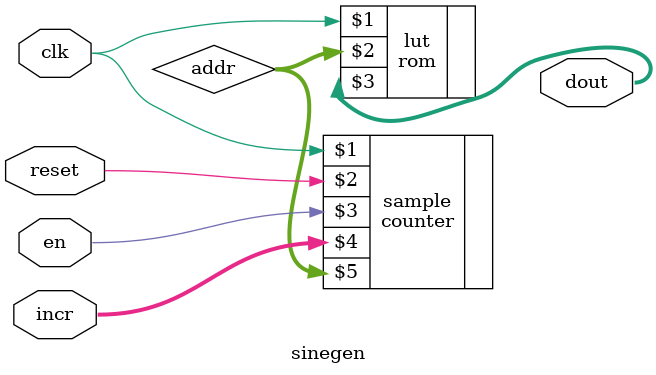
<source format=sv>
module sinegen #(
    parameter ADDRESS_WIDTH = 8,
    parameter DATA_WIDTH = 8
)(
    input logic clk,
    input logic reset,
    input logic en,
    input logic [DATA_WIDTH-1:0] incr,
    output logic [DATA_WIDTH-1:0] dout
);

    logic [ADDRESS_WIDTH-1:0] addr;
    
    counter sample(clk, reset, en, incr, addr);

    rom lut(clk, addr, dout);

endmodule

</source>
